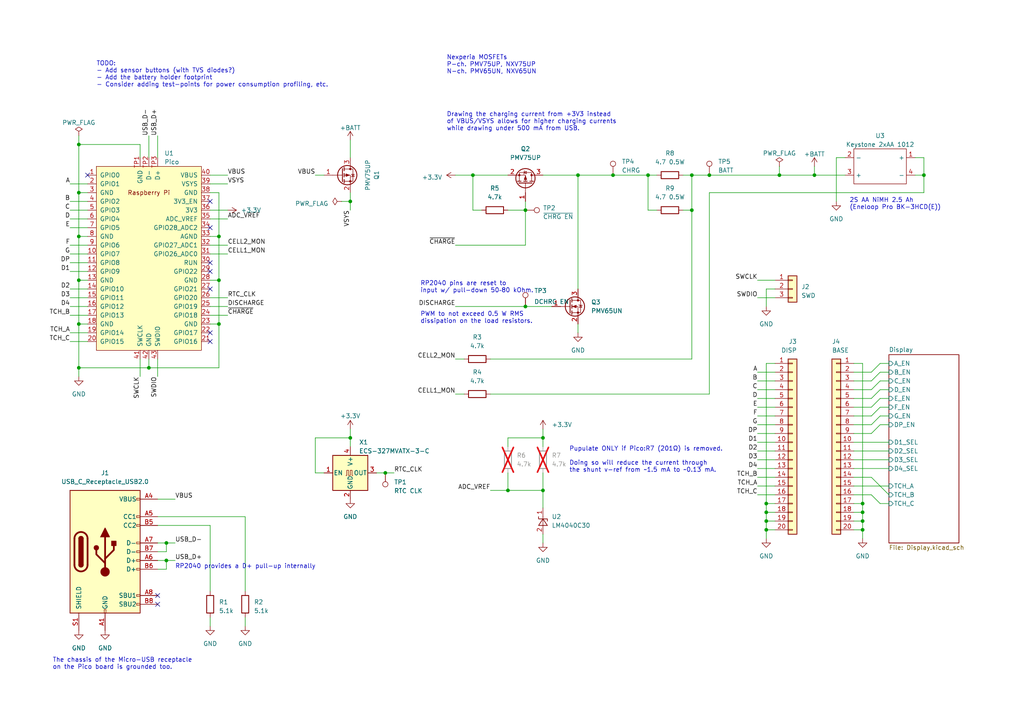
<source format=kicad_sch>
(kicad_sch (version 20230121) (generator eeschema)
  (paper "A4")
  (title_block (title "Clock"))
  (lib_symbols
    (symbol "Connector:TestPoint" (pin_numbers hide) (pin_names (offset 0.762) hide)
      (property "Reference" "TP" (at 0 6.858 0))
      (property "Value" "TestPoint" (at 0 5.08 0))
      (symbol "TestPoint_0_1"
        (circle (center 0 3.302) (radius 0.762))
      )
      (symbol "TestPoint_1_1"
        (pin passive line (at 0 0 90) (length 2.54) (name "1") (number "1"))
      )
    )
    (symbol "Connector:USB_C_Receptacle_USB2.0" (pin_names (offset 1.016))
      (property "Reference" "J" (at -10.16 19.05 0))
      (property "Value" "USB_C_Receptacle_USB2.0" (at 19.05 19.05 0))
      (symbol "USB_C_Receptacle_USB2.0_0_0"
        (rectangle (start -0.254 -17.78) (end 0.254 -16.764))
        (rectangle (start 10.16 -14.986) (end 9.144 -15.494))
        (rectangle (start 10.16 -12.446) (end 9.144 -12.954))
        (rectangle (start 10.16 -4.826) (end 9.144 -5.334))
        (rectangle (start 10.16 -2.286) (end 9.144 -2.794))
        (rectangle (start 10.16 0.254) (end 9.144 -0.254))
        (rectangle (start 10.16 2.794) (end 9.144 2.286))
        (rectangle (start 10.16 7.874) (end 9.144 7.366))
        (rectangle (start 10.16 10.414) (end 9.144 9.906))
        (rectangle (start 10.16 15.494) (end 9.144 14.986))
      )
      (symbol "USB_C_Receptacle_USB2.0_0_1"
        (rectangle (start -10.16 17.78) (end 10.16 -17.78) (stroke (width 0.254)) (fill (type background)))
        (arc (start -8.89 -3.81) (mid -6.985 -5.7067) (end -5.08 -3.81) (stroke (width 0.508)))
        (arc (start -7.62 -3.81) (mid -6.985 -4.4423) (end -6.35 -3.81) (stroke (width 0.254)))
        (arc (start -7.62 -3.81) (mid -6.985 -4.4423) (end -6.35 -3.81) (stroke (width 0.254)) (fill (type outline)))
        (rectangle (start -7.62 -3.81) (end -6.35 3.81) (stroke (width 0.254)) (fill (type outline)))
        (arc (start -6.35 3.81) (mid -6.985 4.4423) (end -7.62 3.81) (stroke (width 0.254)))
        (arc (start -6.35 3.81) (mid -6.985 4.4423) (end -7.62 3.81) (stroke (width 0.254)) (fill (type outline)))
        (arc (start -5.08 3.81) (mid -6.985 5.7067) (end -8.89 3.81) (stroke (width 0.508)))
        (circle (center -2.54 1.143) (radius 0.635) (stroke (width 0.254)) (fill (type outline)))
        (circle (center 0 -5.842) (radius 1.27) (fill (type outline)))
        (polyline (pts (xy -8.89 -3.81) (xy -8.89 3.81)) (stroke (width 0.508)))
        (polyline (pts (xy -5.08 3.81) (xy -5.08 -3.81)) (stroke (width 0.508)))
        (polyline (pts (xy 0 -5.842) (xy 0 4.318)) (stroke (width 0.508)))
        (polyline (pts (xy 0 -3.302) (xy -2.54 -0.762) (xy -2.54 0.508)) (stroke (width 0.508)))
        (polyline (pts (xy 0 -2.032) (xy 2.54 0.508) (xy 2.54 1.778)) (stroke (width 0.508)))
        (polyline (pts (xy -1.27 4.318) (xy 0 6.858) (xy 1.27 4.318) (xy -1.27 4.318)) (stroke (width 0.254)) (fill (type outline)))
        (rectangle (start 1.905 1.778) (end 3.175 3.048) (stroke (width 0.254)) (fill (type outline)))
      )
      (symbol "USB_C_Receptacle_USB2.0_1_1"
        (pin passive line (at 0 -22.86 90) (length 5.08) (name "GND") (number "A1"))
        (pin passive line (at 0 -22.86 90) (length 5.08) hide (name "GND") (number "A12"))
        (pin passive line (at 15.24 15.24 180) (length 5.08) (name "VBUS") (number "A4"))
        (pin bidirectional line (at 15.24 10.16 180) (length 5.08) (name "CC1") (number "A5"))
        (pin bidirectional line (at 15.24 -2.54 180) (length 5.08) (name "D+") (number "A6"))
        (pin bidirectional line (at 15.24 2.54 180) (length 5.08) (name "D-") (number "A7"))
        (pin bidirectional line (at 15.24 -12.7 180) (length 5.08) (name "SBU1") (number "A8"))
        (pin passive line (at 15.24 15.24 180) (length 5.08) hide (name "VBUS") (number "A9"))
        (pin passive line (at 0 -22.86 90) (length 5.08) hide (name "GND") (number "B1"))
        (pin passive line (at 0 -22.86 90) (length 5.08) hide (name "GND") (number "B12"))
        (pin passive line (at 15.24 15.24 180) (length 5.08) hide (name "VBUS") (number "B4"))
        (pin bidirectional line (at 15.24 7.62 180) (length 5.08) (name "CC2") (number "B5"))
        (pin bidirectional line (at 15.24 -5.08 180) (length 5.08) (name "D+") (number "B6"))
        (pin bidirectional line (at 15.24 0 180) (length 5.08) (name "D-") (number "B7"))
        (pin bidirectional line (at 15.24 -15.24 180) (length 5.08) (name "SBU2") (number "B8"))
        (pin passive line (at 15.24 15.24 180) (length 5.08) hide (name "VBUS") (number "B9"))
        (pin passive line (at -7.62 -22.86 90) (length 5.08) (name "SHIELD") (number "S1"))
      )
    )
    (symbol "Connector_Generic:Conn_01x03" (pin_names (offset 1.016) hide)
      (property "Reference" "J" (at 0 5.08 0))
      (property "Value" "Conn_01x03" (at 0 -5.08 0))
      (symbol "Conn_01x03_1_1"
        (rectangle (start -1.27 -2.413) (end 0 -2.667) (stroke (width 0.1524)))
        (rectangle (start -1.27 0.127) (end 0 -0.127) (stroke (width 0.1524)))
        (rectangle (start -1.27 2.667) (end 0 2.413) (stroke (width 0.1524)))
        (rectangle (start -1.27 3.81) (end 1.27 -3.81) (stroke (width 0.254)) (fill (type background)))
        (pin passive line (at -5.08 2.54 0) (length 3.81) (name "Pin_1") (number "1"))
        (pin passive line (at -5.08 0 0) (length 3.81) (name "Pin_2") (number "2"))
        (pin passive line (at -5.08 -2.54 0) (length 3.81) (name "Pin_3") (number "3"))
      )
    )
    (symbol "Connector_Generic:Conn_01x20" (pin_names (offset 1.016) hide)
      (property "Reference" "J" (at 0 25.4 0))
      (property "Value" "Conn_01x20" (at 0 -27.94 0))
      (symbol "Conn_01x20_1_1"
        (rectangle (start -1.27 -25.273) (end 0 -25.527) (stroke (width 0.1524)))
        (rectangle (start -1.27 -22.733) (end 0 -22.987) (stroke (width 0.1524)))
        (rectangle (start -1.27 -20.193) (end 0 -20.447) (stroke (width 0.1524)))
        (rectangle (start -1.27 -17.653) (end 0 -17.907) (stroke (width 0.1524)))
        (rectangle (start -1.27 -15.113) (end 0 -15.367) (stroke (width 0.1524)))
        (rectangle (start -1.27 -12.573) (end 0 -12.827) (stroke (width 0.1524)))
        (rectangle (start -1.27 -10.033) (end 0 -10.287) (stroke (width 0.1524)))
        (rectangle (start -1.27 -7.493) (end 0 -7.747) (stroke (width 0.1524)))
        (rectangle (start -1.27 -4.953) (end 0 -5.207) (stroke (width 0.1524)))
        (rectangle (start -1.27 -2.413) (end 0 -2.667) (stroke (width 0.1524)))
        (rectangle (start -1.27 0.127) (end 0 -0.127) (stroke (width 0.1524)))
        (rectangle (start -1.27 2.667) (end 0 2.413) (stroke (width 0.1524)))
        (rectangle (start -1.27 5.207) (end 0 4.953) (stroke (width 0.1524)))
        (rectangle (start -1.27 7.747) (end 0 7.493) (stroke (width 0.1524)))
        (rectangle (start -1.27 10.287) (end 0 10.033) (stroke (width 0.1524)))
        (rectangle (start -1.27 12.827) (end 0 12.573) (stroke (width 0.1524)))
        (rectangle (start -1.27 15.367) (end 0 15.113) (stroke (width 0.1524)))
        (rectangle (start -1.27 17.907) (end 0 17.653) (stroke (width 0.1524)))
        (rectangle (start -1.27 20.447) (end 0 20.193) (stroke (width 0.1524)))
        (rectangle (start -1.27 22.987) (end 0 22.733) (stroke (width 0.1524)))
        (rectangle (start -1.27 24.13) (end 1.27 -26.67) (stroke (width 0.254)) (fill (type background)))
        (pin passive line (at -5.08 22.86 0) (length 3.81) (name "Pin_1") (number "1"))
        (pin passive line (at -5.08 0 0) (length 3.81) (name "Pin_10") (number "10"))
        (pin passive line (at -5.08 -2.54 0) (length 3.81) (name "Pin_11") (number "11"))
        (pin passive line (at -5.08 -5.08 0) (length 3.81) (name "Pin_12") (number "12"))
        (pin passive line (at -5.08 -7.62 0) (length 3.81) (name "Pin_13") (number "13"))
        (pin passive line (at -5.08 -10.16 0) (length 3.81) (name "Pin_14") (number "14"))
        (pin passive line (at -5.08 -12.7 0) (length 3.81) (name "Pin_15") (number "15"))
        (pin passive line (at -5.08 -15.24 0) (length 3.81) (name "Pin_16") (number "16"))
        (pin passive line (at -5.08 -17.78 0) (length 3.81) (name "Pin_17") (number "17"))
        (pin passive line (at -5.08 -20.32 0) (length 3.81) (name "Pin_18") (number "18"))
        (pin passive line (at -5.08 -22.86 0) (length 3.81) (name "Pin_19") (number "19"))
        (pin passive line (at -5.08 20.32 0) (length 3.81) (name "Pin_2") (number "2"))
        (pin passive line (at -5.08 -25.4 0) (length 3.81) (name "Pin_20") (number "20"))
        (pin passive line (at -5.08 17.78 0) (length 3.81) (name "Pin_3") (number "3"))
        (pin passive line (at -5.08 15.24 0) (length 3.81) (name "Pin_4") (number "4"))
        (pin passive line (at -5.08 12.7 0) (length 3.81) (name "Pin_5") (number "5"))
        (pin passive line (at -5.08 10.16 0) (length 3.81) (name "Pin_6") (number "6"))
        (pin passive line (at -5.08 7.62 0) (length 3.81) (name "Pin_7") (number "7"))
        (pin passive line (at -5.08 5.08 0) (length 3.81) (name "Pin_8") (number "8"))
        (pin passive line (at -5.08 2.54 0) (length 3.81) (name "Pin_9") (number "9"))
      )
    )
    (symbol "Custom:Battery2"
      (property "Reference" "U" (at 0 0 0))
      (property "Value" "Keystone 2xAA 1012" (at 0 0 0))
      (symbol "Battery2_0_1"
        (rectangle (start -5.08 7.62) (end 5.08 -7.62))
      )
      (symbol "Battery2_1_1"
        (pin passive line (at -2.54 10.16 270) (length 2.54) (name "+") (number "1"))
        (pin passive line (at -2.54 -10.16 90) (length 2.54) (name "-") (number "2"))
        (pin passive line (at 2.54 -10.16 90) (length 2.54) (name "+") (number "3"))
        (pin passive line (at 2.54 10.16 270) (length 2.54) (name "-") (number "4"))
      )
    )
    (symbol "Device:Q_NMOS_GSD" (pin_names (offset 0) hide)
      (property "Reference" "Q" (at 5.08 1.27 0))
      (property "Value" "Q_NMOS_GSD" (at 5.08 -1.27 0))
      (symbol "Q_NMOS_GSD_0_1"
        (polyline (pts (xy 0.254 0) (xy -2.54 0)))
        (polyline (pts (xy 0.254 1.905) (xy 0.254 -1.905)) (stroke (width 0.254)))
        (polyline (pts (xy 0.762 -1.27) (xy 0.762 -2.286)) (stroke (width 0.254)))
        (polyline (pts (xy 0.762 0.508) (xy 0.762 -0.508)) (stroke (width 0.254)))
        (polyline (pts (xy 0.762 2.286) (xy 0.762 1.27)) (stroke (width 0.254)))
        (polyline (pts (xy 2.54 2.54) (xy 2.54 1.778)))
        (polyline (pts (xy 2.54 -2.54) (xy 2.54 0) (xy 0.762 0)))
        (polyline (pts (xy 0.762 -1.778) (xy 3.302 -1.778) (xy 3.302 1.778) (xy 0.762 1.778)))
        (polyline (pts (xy 1.016 0) (xy 2.032 0.381) (xy 2.032 -0.381) (xy 1.016 0)) (fill (type outline)))
        (polyline (pts (xy 2.794 0.508) (xy 2.921 0.381) (xy 3.683 0.381) (xy 3.81 0.254)))
        (polyline (pts (xy 3.302 0.381) (xy 2.921 -0.254) (xy 3.683 -0.254) (xy 3.302 0.381)))
        (circle (center 1.651 0) (radius 2.794) (stroke (width 0.254)))
        (circle (center 2.54 -1.778) (radius 0.254) (fill (type outline)))
        (circle (center 2.54 1.778) (radius 0.254) (fill (type outline)))
      )
      (symbol "Q_NMOS_GSD_1_1"
        (pin input line (at -5.08 0 0) (length 2.54) (name "G") (number "1"))
        (pin passive line (at 2.54 -5.08 90) (length 2.54) (name "S") (number "2"))
        (pin passive line (at 2.54 5.08 270) (length 2.54) (name "D") (number "3"))
      )
    )
    (symbol "Device:Q_PMOS_GSD" (pin_names (offset 0) hide)
      (property "Reference" "Q" (at 5.08 1.27 0))
      (property "Value" "Q_PMOS_GSD" (at 5.08 -1.27 0))
      (symbol "Q_PMOS_GSD_0_1"
        (polyline (pts (xy 0.254 0) (xy -2.54 0)))
        (polyline (pts (xy 0.254 1.905) (xy 0.254 -1.905)) (stroke (width 0.254)))
        (polyline (pts (xy 0.762 -1.27) (xy 0.762 -2.286)) (stroke (width 0.254)))
        (polyline (pts (xy 0.762 0.508) (xy 0.762 -0.508)) (stroke (width 0.254)))
        (polyline (pts (xy 0.762 2.286) (xy 0.762 1.27)) (stroke (width 0.254)))
        (polyline (pts (xy 2.54 2.54) (xy 2.54 1.778)))
        (polyline (pts (xy 2.54 -2.54) (xy 2.54 0) (xy 0.762 0)))
        (polyline (pts (xy 0.762 1.778) (xy 3.302 1.778) (xy 3.302 -1.778) (xy 0.762 -1.778)))
        (polyline (pts (xy 2.286 0) (xy 1.27 0.381) (xy 1.27 -0.381) (xy 2.286 0)) (fill (type outline)))
        (polyline (pts (xy 2.794 -0.508) (xy 2.921 -0.381) (xy 3.683 -0.381) (xy 3.81 -0.254)))
        (polyline (pts (xy 3.302 -0.381) (xy 2.921 0.254) (xy 3.683 0.254) (xy 3.302 -0.381)))
        (circle (center 1.651 0) (radius 2.794) (stroke (width 0.254)))
        (circle (center 2.54 -1.778) (radius 0.254) (fill (type outline)))
        (circle (center 2.54 1.778) (radius 0.254) (fill (type outline)))
      )
      (symbol "Q_PMOS_GSD_1_1"
        (pin input line (at -5.08 0 0) (length 2.54) (name "G") (number "1"))
        (pin passive line (at 2.54 -5.08 90) (length 2.54) (name "S") (number "2"))
        (pin passive line (at 2.54 5.08 270) (length 2.54) (name "D") (number "3"))
      )
    )
    (symbol "Device:R" (pin_numbers hide) (pin_names (offset 0))
      (property "Reference" "R" (at 2.032 0 90))
      (property "Value" "R" (at 0 0 90))
      (symbol "R_0_1"
        (rectangle (start -1.016 -2.54) (end 1.016 2.54) (stroke (width 0.254)))
      )
      (symbol "R_1_1"
        (pin passive line (at 0 3.81 270) (length 1.27) (name "~") (number "1"))
        (pin passive line (at 0 -3.81 90) (length 1.27) (name "~") (number "2"))
      )
    )
    (symbol "Oscillator:XO32" (pin_names (offset 0.254))
      (property "Reference" "X" (at -5.08 6.35 0))
      (property "Value" "XO32" (at 1.27 -6.35 0))
      (symbol "XO32_0_1"
        (rectangle (start -5.08 5.08) (end 5.08 -5.08) (stroke (width 0.254)) (fill (type background)))
        (polyline (pts (xy -1.27 -0.762) (xy -1.016 -0.762) (xy -1.016 0.762) (xy -0.508 0.762) (xy -0.508 -0.762) (xy 0 -0.762) (xy 0 0.762) (xy 0.508 0.762) (xy 0.508 -0.762) (xy 0.762 -0.762)))
      )
      (symbol "XO32_1_1"
        (pin input line (at -7.62 0 0) (length 2.54) (name "EN") (number "1"))
        (pin power_in line (at 0 -7.62 90) (length 2.54) (name "GND") (number "2"))
        (pin output line (at 7.62 0 180) (length 2.54) (name "OUT") (number "3"))
        (pin power_in line (at 0 7.62 270) (length 2.54) (name "V+") (number "4"))
      )
    )
    (symbol "RPi_Pico:Pico" (pin_names (offset 1.016))
      (property "Reference" "U" (at -13.97 27.94 0))
      (property "Value" "Pico" (at 0 16.51 0))
      (symbol "Pico_0_0"
        (text "Raspberry Pi" (at 0 19.05 0) (effects (font (size 1.27 1.27))))
      )
      (symbol "Pico_0_1"
        (rectangle (start -15.24 26.67) (end 15.24 -26.67) (fill (type background)))
      )
      (symbol "Pico_1_1"
        (pin bidirectional line (at -17.78 24.13 0) (length 2.54) (name "GPIO0") (number "1"))
        (pin bidirectional line (at -17.78 1.27 0) (length 2.54) (name "GPIO7") (number "10"))
        (pin bidirectional line (at -17.78 -1.27 0) (length 2.54) (name "GPIO8") (number "11"))
        (pin bidirectional line (at -17.78 -3.81 0) (length 2.54) (name "GPIO9") (number "12"))
        (pin power_in line (at -17.78 -6.35 0) (length 2.54) (name "GND") (number "13"))
        (pin bidirectional line (at -17.78 -8.89 0) (length 2.54) (name "GPIO10") (number "14"))
        (pin bidirectional line (at -17.78 -11.43 0) (length 2.54) (name "GPIO11") (number "15"))
        (pin bidirectional line (at -17.78 -13.97 0) (length 2.54) (name "GPIO12") (number "16"))
        (pin bidirectional line (at -17.78 -16.51 0) (length 2.54) (name "GPIO13") (number "17"))
        (pin power_in line (at -17.78 -19.05 0) (length 2.54) (name "GND") (number "18"))
        (pin bidirectional line (at -17.78 -21.59 0) (length 2.54) (name "GPIO14") (number "19"))
        (pin bidirectional line (at -17.78 21.59 0) (length 2.54) (name "GPIO1") (number "2"))
        (pin bidirectional line (at -17.78 -24.13 0) (length 2.54) (name "GPIO15") (number "20"))
        (pin bidirectional line (at 17.78 -24.13 180) (length 2.54) (name "GPIO16") (number "21"))
        (pin bidirectional line (at 17.78 -21.59 180) (length 2.54) (name "GPIO17") (number "22"))
        (pin power_in line (at 17.78 -19.05 180) (length 2.54) (name "GND") (number "23"))
        (pin bidirectional line (at 17.78 -16.51 180) (length 2.54) (name "GPIO18") (number "24"))
        (pin bidirectional line (at 17.78 -13.97 180) (length 2.54) (name "GPIO19") (number "25"))
        (pin bidirectional line (at 17.78 -11.43 180) (length 2.54) (name "GPIO20") (number "26"))
        (pin bidirectional line (at 17.78 -8.89 180) (length 2.54) (name "GPIO21") (number "27"))
        (pin power_in line (at 17.78 -6.35 180) (length 2.54) (name "GND") (number "28"))
        (pin bidirectional line (at 17.78 -3.81 180) (length 2.54) (name "GPIO22") (number "29"))
        (pin power_in line (at -17.78 19.05 0) (length 2.54) (name "GND") (number "3"))
        (pin input line (at 17.78 -1.27 180) (length 2.54) (name "RUN") (number "30"))
        (pin bidirectional line (at 17.78 1.27 180) (length 2.54) (name "GPIO26_ADC0") (number "31"))
        (pin bidirectional line (at 17.78 3.81 180) (length 2.54) (name "GPIO27_ADC1") (number "32"))
        (pin power_in line (at 17.78 6.35 180) (length 2.54) (name "AGND") (number "33"))
        (pin bidirectional line (at 17.78 8.89 180) (length 2.54) (name "GPIO28_ADC2") (number "34"))
        (pin bidirectional line (at 17.78 11.43 180) (length 2.54) (name "ADC_VREF") (number "35"))
        (pin power_out line (at 17.78 13.97 180) (length 2.54) (name "3V3") (number "36"))
        (pin input line (at 17.78 16.51 180) (length 2.54) (name "3V3_EN") (number "37"))
        (pin power_in line (at 17.78 19.05 180) (length 2.54) (name "GND") (number "38"))
        (pin power_in line (at 17.78 21.59 180) (length 2.54) (name "VSYS") (number "39"))
        (pin bidirectional line (at -17.78 16.51 0) (length 2.54) (name "GPIO2") (number "4"))
        (pin passive line (at 17.78 24.13 180) (length 2.54) (name "VBUS") (number "40"))
        (pin input line (at -2.54 -29.21 90) (length 2.54) (name "SWCLK") (number "41"))
        (pin power_in line (at 0 -29.21 90) (length 2.54) (name "GND") (number "42"))
        (pin bidirectional line (at 2.54 -29.21 90) (length 2.54) (name "SWDIO") (number "43"))
        (pin bidirectional line (at -17.78 13.97 0) (length 2.54) (name "GPIO3") (number "5"))
        (pin bidirectional line (at -17.78 11.43 0) (length 2.54) (name "GPIO4") (number "6"))
        (pin bidirectional line (at -17.78 8.89 0) (length 2.54) (name "GPIO5") (number "7"))
        (pin power_in line (at -17.78 6.35 0) (length 2.54) (name "GND") (number "8"))
        (pin bidirectional line (at -17.78 3.81 0) (length 2.54) (name "GPIO6") (number "9"))
        (pin power_in line (at -2.54 29.21 270) (length 2.54) (name "GND") (number "TP1"))
        (pin bidirectional line (at 0 29.21 270) (length 2.54) (name "D-") (number "TP2"))
        (pin bidirectional line (at 2.54 29.21 270) (length 2.54) (name "D+") (number "TP3"))
      )
    )
    (symbol "Reference_Voltage:LM4040DBZ-3" (pin_names (offset 0.0254) hide)
      (property "Reference" "U" (at 0 2.54 0))
      (property "Value" "LM4040DBZ-3" (at 0 -3.175 0))
      (symbol "LM4040DBZ-3_0_1"
        (polyline (pts (xy -1.27 0) (xy 0 0) (xy 1.27 0)))
        (polyline (pts (xy -1.27 -1.27) (xy 0.635 0) (xy -1.27 1.27) (xy -1.27 -1.27)) (stroke (width 0.2032)))
        (polyline (pts (xy 0 -1.27) (xy 0.635 -1.27) (xy 0.635 1.27) (xy 1.27 1.27)) (stroke (width 0.2032)))
      )
      (symbol "LM4040DBZ-3_1_1"
        (pin passive line (at 3.81 0 180) (length 2.54) (name "K") (number "1"))
        (pin passive line (at -3.81 0 0) (length 2.54) (name "A") (number "2"))
      )
    )
    (symbol "power:+3.3V" (power) (pin_names (offset 0))
      (property "Value" "+3.3V" (at 0 3.556 0))
      (symbol "+3.3V_0_1"
        (polyline (pts (xy -0.762 1.27) (xy 0 2.54)))
        (polyline (pts (xy 0 0) (xy 0 2.54)))
        (polyline (pts (xy 0 2.54) (xy 0.762 1.27)))
      )
      (symbol "+3.3V_1_1"
        (pin power_in line (at 0 0 90) (length 0) hide (name "+3.3V") (number "1"))
      )
    )
    (symbol "power:+BATT" (power) (pin_names (offset 0))
      (property "Value" "+BATT" (at 0 3.556 0))
      (symbol "+BATT_0_1"
        (polyline (pts (xy -0.762 1.27) (xy 0 2.54)))
        (polyline (pts (xy 0 0) (xy 0 2.54)))
        (polyline (pts (xy 0 2.54) (xy 0.762 1.27)))
      )
      (symbol "+BATT_1_1"
        (pin power_in line (at 0 0 90) (length 0) hide (name "+BATT") (number "1"))
      )
    )
    (symbol "power:GND" (power) (pin_names (offset 0))
      (property "Value" "GND" (at 0 -3.81 0))
      (symbol "GND_0_1"
        (polyline (pts (xy 0 0) (xy 0 -1.27) (xy 1.27 -1.27) (xy 0 -2.54) (xy -1.27 -1.27) (xy 0 -1.27)))
      )
      (symbol "GND_1_1"
        (pin power_in line (at 0 0 270) (length 0) hide (name "GND") (number "1"))
      )
    )
    (symbol "power:PWR_FLAG" (power) (pin_numbers hide) (pin_names (offset 0) hide)
      (property "Value" "PWR_FLAG" (at 0 3.81 0))
      (symbol "PWR_FLAG_0_0"
        (pin power_out line (at 0 0 90) (length 0) (name "pwr") (number "1"))
      )
      (symbol "PWR_FLAG_0_1"
        (polyline (pts (xy 0 0) (xy 0 1.27) (xy -1.016 1.905) (xy 0 2.54) (xy 1.016 1.905) (xy 0 1.27)))
      )
    )
  )
  (junction (at 137.16 50.8))
  (junction (at 205.74 50.8))
  (junction (at 22.86 93.98))
  (junction (at 63.5 81.28))
  (junction (at 22.86 55.88))
  (junction (at 111.76 137.16))
  (junction (at 250.19 153.67))
  (junction (at 177.8 50.8))
  (junction (at 22.86 41.91))
  (junction (at 167.64 50.8))
  (junction (at 250.19 148.59))
  (junction (at 48.26 157.48))
  (junction (at 267.97 50.8))
  (junction (at 236.22 50.8))
  (junction (at 63.5 93.98))
  (junction (at 101.6 58.42))
  (junction (at 22.86 81.28))
  (junction (at 22.86 68.58))
  (junction (at 157.48 142.24))
  (junction (at 250.19 146.05))
  (junction (at 152.4 88.9))
  (junction (at 152.4 60.96))
  (junction (at 63.5 68.58))
  (junction (at 222.25 153.67))
  (junction (at 147.32 142.24))
  (junction (at 226.06 50.8))
  (junction (at 22.86 106.68))
  (junction (at 157.48 127))
  (junction (at 200.66 50.8))
  (junction (at 48.26 162.56))
  (junction (at 222.25 146.05))
  (junction (at 101.6 127))
  (junction (at 187.96 50.8))
  (junction (at 250.19 151.13))
  (junction (at 222.25 151.13))
  (junction (at 200.66 60.96))
  (junction (at 222.25 148.59))
  (junction (at 43.18 106.68))
  (no_connect (at 60.96 58.42))
  (no_connect (at 25.4 50.8))
  (no_connect (at 60.96 66.04))
  (no_connect (at 45.72 175.26))
  (no_connect (at 60.96 96.52))
  (no_connect (at 60.96 78.74))
  (no_connect (at 60.96 99.06))
  (no_connect (at 60.96 76.2))
  (no_connect (at 60.96 83.82))
  (no_connect (at 45.72 172.72))
  (wire (pts (xy 157.48 124.46) (xy 157.48 127)))
  (wire (pts (xy 205.74 55.88) (xy 205.74 114.3)))
  (wire (pts (xy 222.25 151.13) (xy 224.79 151.13)))
  (wire (pts (xy 247.65 125.73) (xy 252.73 125.73)))
  (wire (pts (xy 255.27 123.19) (xy 257.81 123.19)))
  (wire (pts (xy 22.86 81.28) (xy 22.86 93.98)))
  (wire (pts (xy 45.72 39.37) (xy 45.72 45.72)))
  (wire (pts (xy 93.98 137.16) (xy 91.44 137.16)))
  (wire (pts (xy 101.6 124.46) (xy 101.6 127)))
  (wire (pts (xy 60.96 71.12) (xy 66.04 71.12)))
  (wire (pts (xy 267.97 50.8) (xy 265.43 50.8)))
  (wire (pts (xy 219.71 81.28) (xy 224.79 81.28)))
  (wire (pts (xy 152.4 60.96) (xy 147.32 60.96)))
  (wire (pts (xy 60.96 73.66) (xy 66.04 73.66)))
  (wire (pts (xy 22.86 39.37) (xy 22.86 41.91)))
  (wire (pts (xy 25.4 55.88) (xy 22.86 55.88)))
  (wire (pts (xy 187.96 60.96) (xy 190.5 60.96)))
  (wire (pts (xy 255.27 115.57) (xy 257.81 115.57)))
  (wire (pts (xy 252.73 120.65) (xy 255.27 118.11)))
  (wire (pts (xy 219.71 140.97) (xy 224.79 140.97)))
  (wire (pts (xy 139.7 60.96) (xy 137.16 60.96)))
  (wire (pts (xy 109.22 137.16) (xy 111.76 137.16)))
  (wire (pts (xy 63.5 68.58) (xy 63.5 81.28)))
  (wire (pts (xy 60.96 179.07) (xy 60.96 181.61)))
  (wire (pts (xy 236.22 48.26) (xy 236.22 50.8)))
  (wire (pts (xy 222.25 105.41) (xy 222.25 146.05)))
  (wire (pts (xy 22.86 106.68) (xy 22.86 109.22)))
  (wire (pts (xy 60.96 50.8) (xy 66.04 50.8)))
  (wire (pts (xy 198.12 50.8) (xy 200.66 50.8)))
  (wire (pts (xy 219.71 110.49) (xy 224.79 110.49)))
  (wire (pts (xy 247.65 105.41) (xy 250.19 105.41)))
  (wire (pts (xy 20.32 78.74) (xy 25.4 78.74)))
  (wire (pts (xy 93.98 50.8) (xy 91.44 50.8)))
  (wire (pts (xy 187.96 60.96) (xy 187.96 50.8)))
  (wire (pts (xy 219.71 128.27) (xy 224.79 128.27)))
  (wire (pts (xy 60.96 152.4) (xy 60.96 171.45)))
  (wire (pts (xy 60.96 68.58) (xy 63.5 68.58)))
  (wire (pts (xy 60.96 63.5) (xy 66.04 63.5)))
  (wire (pts (xy 219.71 133.35) (xy 224.79 133.35)))
  (wire (pts (xy 20.32 91.44) (xy 25.4 91.44)))
  (wire (pts (xy 255.27 120.65) (xy 257.81 120.65)))
  (wire (pts (xy 91.44 127) (xy 91.44 137.16)))
  (wire (pts (xy 224.79 83.82) (xy 222.25 83.82)))
  (wire (pts (xy 224.79 105.41) (xy 222.25 105.41)))
  (wire (pts (xy 60.96 91.44) (xy 66.04 91.44)))
  (wire (pts (xy 222.25 148.59) (xy 222.25 151.13)))
  (wire (pts (xy 255.27 113.03) (xy 257.81 113.03)))
  (wire (pts (xy 45.72 165.1) (xy 48.26 165.1)))
  (wire (pts (xy 48.26 162.56) (xy 50.8 162.56)))
  (wire (pts (xy 255.27 118.11) (xy 257.81 118.11)))
  (wire (pts (xy 219.71 143.51) (xy 224.79 143.51)))
  (wire (pts (xy 247.65 138.43) (xy 252.73 138.43)))
  (wire (pts (xy 157.48 50.8) (xy 167.64 50.8)))
  (wire (pts (xy 267.97 50.8) (xy 267.97 55.88)))
  (wire (pts (xy 219.71 115.57) (xy 224.79 115.57)))
  (wire (pts (xy 63.5 93.98) (xy 63.5 106.68)))
  (wire (pts (xy 20.32 96.52) (xy 25.4 96.52)))
  (wire (pts (xy 20.32 66.04) (xy 25.4 66.04)))
  (wire (pts (xy 219.71 138.43) (xy 224.79 138.43)))
  (wire (pts (xy 63.5 55.88) (xy 63.5 68.58)))
  (wire (pts (xy 252.73 110.49) (xy 255.27 107.95)))
  (wire (pts (xy 219.71 130.81) (xy 224.79 130.81)))
  (wire (pts (xy 205.74 50.8) (xy 200.66 50.8)))
  (wire (pts (xy 198.12 60.96) (xy 200.66 60.96)))
  (wire (pts (xy 20.32 58.42) (xy 25.4 58.42)))
  (wire (pts (xy 247.65 130.81) (xy 257.81 130.81)))
  (wire (pts (xy 45.72 162.56) (xy 48.26 162.56)))
  (wire (pts (xy 101.6 55.88) (xy 101.6 58.42)))
  (wire (pts (xy 226.06 48.26) (xy 226.06 50.8)))
  (wire (pts (xy 219.71 125.73) (xy 224.79 125.73)))
  (wire (pts (xy 45.72 144.78) (xy 50.8 144.78)))
  (wire (pts (xy 250.19 148.59) (xy 250.19 151.13)))
  (wire (pts (xy 111.76 137.16) (xy 114.3 137.16)))
  (wire (pts (xy 20.32 86.36) (xy 25.4 86.36)))
  (wire (pts (xy 101.6 58.42) (xy 101.6 60.96)))
  (wire (pts (xy 247.65 153.67) (xy 250.19 153.67)))
  (wire (pts (xy 132.08 50.8) (xy 137.16 50.8)))
  (wire (pts (xy 152.4 60.96) (xy 152.4 71.12)))
  (wire (pts (xy 247.65 135.89) (xy 257.81 135.89)))
  (wire (pts (xy 132.08 104.14) (xy 134.62 104.14)))
  (wire (pts (xy 147.32 142.24) (xy 157.48 142.24)))
  (wire (pts (xy 219.71 123.19) (xy 224.79 123.19)))
  (wire (pts (xy 22.86 93.98) (xy 25.4 93.98)))
  (wire (pts (xy 222.25 148.59) (xy 224.79 148.59)))
  (wire (pts (xy 22.86 55.88) (xy 22.86 68.58)))
  (wire (pts (xy 222.25 83.82) (xy 222.25 88.9)))
  (wire (pts (xy 236.22 50.8) (xy 245.11 50.8)))
  (wire (pts (xy 247.65 140.97) (xy 257.81 140.97)))
  (wire (pts (xy 200.66 60.96) (xy 200.66 50.8)))
  (wire (pts (xy 247.65 107.95) (xy 252.73 107.95)))
  (wire (pts (xy 20.32 99.06) (xy 25.4 99.06)))
  (wire (pts (xy 247.65 115.57) (xy 252.73 115.57)))
  (wire (pts (xy 247.65 118.11) (xy 252.73 118.11)))
  (wire (pts (xy 137.16 50.8) (xy 147.32 50.8)))
  (wire (pts (xy 250.19 153.67) (xy 250.19 156.21)))
  (wire (pts (xy 43.18 106.68) (xy 63.5 106.68)))
  (wire (pts (xy 255.27 105.41) (xy 257.81 105.41)))
  (wire (pts (xy 226.06 50.8) (xy 236.22 50.8)))
  (wire (pts (xy 250.19 105.41) (xy 250.19 146.05)))
  (wire (pts (xy 147.32 127) (xy 157.48 127)))
  (wire (pts (xy 242.57 45.72) (xy 242.57 58.42)))
  (wire (pts (xy 247.65 123.19) (xy 252.73 123.19)))
  (wire (pts (xy 99.06 58.42) (xy 101.6 58.42)))
  (wire (pts (xy 167.64 50.8) (xy 177.8 50.8)))
  (wire (pts (xy 20.32 83.82) (xy 25.4 83.82)))
  (wire (pts (xy 60.96 88.9) (xy 66.04 88.9)))
  (wire (pts (xy 22.86 106.68) (xy 43.18 106.68)))
  (wire (pts (xy 63.5 81.28) (xy 63.5 93.98)))
  (wire (pts (xy 222.25 153.67) (xy 222.25 156.21)))
  (wire (pts (xy 222.25 146.05) (xy 222.25 148.59)))
  (wire (pts (xy 219.71 107.95) (xy 224.79 107.95)))
  (wire (pts (xy 219.71 118.11) (xy 224.79 118.11)))
  (wire (pts (xy 167.64 50.8) (xy 167.64 83.82)))
  (wire (pts (xy 22.86 41.91) (xy 22.86 55.88)))
  (wire (pts (xy 20.32 88.9) (xy 25.4 88.9)))
  (wire (pts (xy 252.73 107.95) (xy 255.27 105.41)))
  (wire (pts (xy 60.96 93.98) (xy 63.5 93.98)))
  (wire (pts (xy 142.24 104.14) (xy 200.66 104.14)))
  (wire (pts (xy 20.32 71.12) (xy 25.4 71.12)))
  (wire (pts (xy 48.26 160.02) (xy 48.26 157.48)))
  (wire (pts (xy 245.11 45.72) (xy 242.57 45.72)))
  (wire (pts (xy 101.6 40.64) (xy 101.6 45.72)))
  (wire (pts (xy 22.86 93.98) (xy 22.86 106.68)))
  (wire (pts (xy 247.65 113.03) (xy 252.73 113.03)))
  (wire (pts (xy 247.65 133.35) (xy 257.81 133.35)))
  (wire (pts (xy 45.72 149.86) (xy 71.12 149.86)))
  (wire (pts (xy 22.86 81.28) (xy 25.4 81.28)))
  (wire (pts (xy 152.4 88.9) (xy 160.02 88.9)))
  (wire (pts (xy 157.48 137.16) (xy 157.48 142.24)))
  (wire (pts (xy 43.18 104.14) (xy 43.18 106.68)))
  (wire (pts (xy 20.32 76.2) (xy 25.4 76.2)))
  (wire (pts (xy 60.96 81.28) (xy 63.5 81.28)))
  (wire (pts (xy 60.96 55.88) (xy 63.5 55.88)))
  (wire (pts (xy 255.27 107.95) (xy 257.81 107.95)))
  (wire (pts (xy 45.72 160.02) (xy 48.26 160.02)))
  (wire (pts (xy 132.08 114.3) (xy 134.62 114.3)))
  (wire (pts (xy 45.72 104.14) (xy 45.72 109.22)))
  (wire (pts (xy 250.19 146.05) (xy 250.19 148.59)))
  (wire (pts (xy 187.96 50.8) (xy 190.5 50.8)))
  (wire (pts (xy 40.64 45.72) (xy 40.64 41.91)))
  (wire (pts (xy 137.16 60.96) (xy 137.16 50.8)))
  (wire (pts (xy 45.72 152.4) (xy 60.96 152.4)))
  (wire (pts (xy 219.71 86.36) (xy 224.79 86.36)))
  (wire (pts (xy 20.32 73.66) (xy 25.4 73.66)))
  (wire (pts (xy 200.66 60.96) (xy 200.66 104.14)))
  (wire (pts (xy 40.64 41.91) (xy 22.86 41.91)))
  (wire (pts (xy 252.73 113.03) (xy 255.27 110.49)))
  (wire (pts (xy 101.6 127) (xy 101.6 129.54)))
  (wire (pts (xy 152.4 58.42) (xy 152.4 60.96)))
  (wire (pts (xy 252.73 138.43) (xy 257.81 143.51)))
  (wire (pts (xy 247.65 146.05) (xy 250.19 146.05)))
  (wire (pts (xy 250.19 151.13) (xy 250.19 153.67)))
  (wire (pts (xy 43.18 39.37) (xy 43.18 45.72)))
  (wire (pts (xy 265.43 45.72) (xy 267.97 45.72)))
  (wire (pts (xy 222.25 151.13) (xy 222.25 153.67)))
  (wire (pts (xy 167.64 93.98) (xy 167.64 96.52)))
  (wire (pts (xy 60.96 53.34) (xy 66.04 53.34)))
  (wire (pts (xy 48.26 165.1) (xy 48.26 162.56)))
  (wire (pts (xy 20.32 60.96) (xy 25.4 60.96)))
  (wire (pts (xy 142.24 114.3) (xy 205.74 114.3)))
  (wire (pts (xy 252.73 125.73) (xy 255.27 123.19)))
  (wire (pts (xy 255.27 146.05) (xy 257.81 146.05)))
  (wire (pts (xy 71.12 179.07) (xy 71.12 181.61)))
  (wire (pts (xy 219.71 120.65) (xy 224.79 120.65)))
  (wire (pts (xy 219.71 135.89) (xy 224.79 135.89)))
  (wire (pts (xy 205.74 50.8) (xy 226.06 50.8)))
  (wire (pts (xy 147.32 137.16) (xy 147.32 142.24)))
  (wire (pts (xy 71.12 149.86) (xy 71.12 171.45)))
  (wire (pts (xy 177.8 50.8) (xy 187.96 50.8)))
  (wire (pts (xy 247.65 128.27) (xy 257.81 128.27)))
  (wire (pts (xy 147.32 129.54) (xy 147.32 127)))
  (wire (pts (xy 60.96 60.96) (xy 66.04 60.96)))
  (wire (pts (xy 157.48 154.94) (xy 157.48 157.48)))
  (wire (pts (xy 222.25 146.05) (xy 224.79 146.05)))
  (wire (pts (xy 45.72 157.48) (xy 48.26 157.48)))
  (wire (pts (xy 247.65 110.49) (xy 252.73 110.49)))
  (wire (pts (xy 247.65 120.65) (xy 252.73 120.65)))
  (wire (pts (xy 222.25 153.67) (xy 224.79 153.67)))
  (wire (pts (xy 20.32 53.34) (xy 25.4 53.34)))
  (wire (pts (xy 91.44 127) (xy 101.6 127)))
  (wire (pts (xy 252.73 118.11) (xy 255.27 115.57)))
  (wire (pts (xy 205.74 55.88) (xy 267.97 55.88)))
  (wire (pts (xy 267.97 45.72) (xy 267.97 50.8)))
  (wire (pts (xy 22.86 68.58) (xy 22.86 81.28)))
  (wire (pts (xy 132.08 88.9) (xy 152.4 88.9)))
  (wire (pts (xy 48.26 157.48) (xy 50.8 157.48)))
  (wire (pts (xy 157.48 142.24) (xy 157.48 147.32)))
  (wire (pts (xy 252.73 143.51) (xy 255.27 146.05)))
  (wire (pts (xy 20.32 63.5) (xy 25.4 63.5)))
  (wire (pts (xy 252.73 115.57) (xy 255.27 113.03)))
  (wire (pts (xy 22.86 68.58) (xy 25.4 68.58)))
  (wire (pts (xy 40.64 104.14) (xy 40.64 109.22)))
  (wire (pts (xy 255.27 110.49) (xy 257.81 110.49)))
  (wire (pts (xy 142.24 142.24) (xy 147.32 142.24)))
  (wire (pts (xy 247.65 148.59) (xy 250.19 148.59)))
  (wire (pts (xy 132.08 71.12) (xy 152.4 71.12)))
  (wire (pts (xy 219.71 113.03) (xy 224.79 113.03)))
  (wire (pts (xy 252.73 123.19) (xy 255.27 120.65)))
  (wire (pts (xy 247.65 151.13) (xy 250.19 151.13)))
  (wire (pts (xy 247.65 143.51) (xy 252.73 143.51)))
  (wire (pts (xy 157.48 127) (xy 157.48 129.54)))
  (wire (pts (xy 60.96 86.36) (xy 66.04 86.36)))
  (text "2S AA NiMH 2.5 Ah\n(Eneloop Pro BK-3HCD(E))" (at 246.38 60.96 0) (effects (font (size 1.27 1.27)) (justify left bottom)))
  (text "RP2040 provides a D+ pull-up internally" (at 50.8 165.1 0) (effects (font (size 1.27 1.27)) (justify left bottom)))
  (text "PWM to not exceed 0.5 W RMS\ndissipation on the load resistors." (at 121.92 93.98 0) (effects (font (size 1.27 1.27)) (justify left bottom)))
  (text "RP2040 pins are reset to\ninput w/ pull-down 50–80 kOhm." (at 121.92 85.09 0) (effects (font (size 1.27 1.27)) (justify left bottom)))
  (text "Nexperia MOSFETs\nP-ch. PMV75UP, NXV75UP\nN-ch. PMV65UN, NXV65UN" (at 129.54 21.59 0) (effects (font (size 1.27 1.27)) (justify left bottom)))
  (text "Pupulate ONLY if Pico:R7 (201Ω) is removed.\n\nDoing so will reduce the current through\nthe shunt v-ref from ~1.5 mA to ~0.13 mA." (at 165.1 137.16 0) (effects (font (size 1.27 1.27)) (justify left bottom)))
  (text "Drawing the charging current from +3V3 instead\nof VBUS/VSYS allows for higher charging currents\nwhile drawing under 500 mA from USB." (at 129.54 38.1 0) (effects (font (size 1.27 1.27)) (justify left bottom)))
  (text "TODO:\n- Add sensor buttons (with TVS diodes?)\n- Add the battery holder footprint\n- Consider adding test-points for power consumption profiling, etc." (at 27.94 25.4 0) (effects (font (size 1.27 1.27)) (justify left bottom)))
  (text "The chassis of the Micro-USB receptacle\non the Pico board is grounded too." (at 15.24 194.31 0) (effects (font (size 1.27 1.27)) (justify left bottom)))
  (label "~{CHARGE}" (at 66.04 91.44 0))
  (label "~{CHARGE}" (at 132.08 71.12 180))
  (label "USB_D+" (at 50.8 162.56 0))
  (label "DISCHARGE" (at 66.04 88.9 0))
  (label "D1" (at 20.32 78.74 180))
  (label "B" (at 219.71 110.49 180))
  (label "VSYS" (at 66.04 53.34 0))
  (label "D4" (at 219.71 135.89 180))
  (label "B" (at 20.32 58.42 180))
  (label "A" (at 20.32 53.34 180))
  (label "A" (at 219.71 107.95 180))
  (label "CELL1_MON" (at 66.04 73.66 0))
  (label "USB_D-" (at 50.8 157.48 0))
  (label "D2" (at 20.32 83.82 180))
  (label "VBUS" (at 91.44 50.8 180))
  (label "TCH_C" (at 20.32 99.06 180))
  (label "D4" (at 20.32 88.9 180))
  (label "RTC_CLK" (at 114.3 137.16 0))
  (label "CELL2_MON" (at 132.08 104.14 180))
  (label "D1" (at 219.71 128.27 180))
  (label "SWCLK" (at 219.71 81.28 180))
  (label "USB_D+" (at 45.72 39.37 90))
  (label "ADC_VREF" (at 142.24 142.24 180))
  (label "D2" (at 219.71 130.81 180))
  (label "D3" (at 20.32 86.36 180))
  (label "DISCHARGE" (at 132.08 88.9 180))
  (label "USB_D-" (at 43.18 39.37 90))
  (label "TCH_B" (at 219.71 138.43 180))
  (label "D" (at 219.71 115.57 180))
  (label "CELL2_MON" (at 66.04 71.12 0))
  (label "C" (at 219.71 113.03 180))
  (label "TCH_A" (at 219.71 140.97 180))
  (label "SWDIO" (at 219.71 86.36 180))
  (label "CELL1_MON" (at 132.08 114.3 180))
  (label "F" (at 219.71 120.65 180))
  (label "TCH_C" (at 219.71 143.51 180))
  (label "G" (at 219.71 123.19 180))
  (label "TCH_B" (at 20.32 91.44 180))
  (label "G" (at 20.32 73.66 180))
  (label "E" (at 20.32 66.04 180))
  (label "D3" (at 219.71 133.35 180))
  (label "SWDIO" (at 45.72 109.22 270))
  (label "ADC_VREF" (at 66.04 63.5 0))
  (label "DP" (at 20.32 76.2 180))
  (label "F" (at 20.32 71.12 180))
  (label "VSYS" (at 101.6 60.96 270))
  (label "D" (at 20.32 63.5 180))
  (label "VBUS" (at 50.8 144.78 0))
  (label "E" (at 219.71 118.11 180))
  (label "SWCLK" (at 40.64 109.22 270))
  (label "TCH_A" (at 20.32 96.52 180))
  (label "DP" (at 219.71 125.73 180))
  (label "RTC_CLK" (at 66.04 86.36 0))
  (label "VBUS" (at 66.04 50.8 0))
  (label "C" (at 20.32 60.96 180))
  (symbol (lib_id "power:+BATT") (at 101.6 40.64 0) (unit 1)
    (property "Reference" "#PWR07" (effects hide))
    (property "Value" "+BATT" (at 101.6 37.084 0))
  )
  (symbol (lib_id "Connector:USB_C_Receptacle_USB2.0") (at 30.48 160.02 0) (unit 1)
    (property "Reference" "J1" (at 30.48 137.16 0))
    (property "Value" "USB_C_Receptacle_USB2.0" (at 30.48 139.7 0))
    (property "Footprint" "Connector_USB:USB_C_Receptacle_GCT_USB4105-xx-A_16P_TopMnt_Horizontal" (effects hide))
    (property "Datasheet" "https://www.usb.org/sites/default/files/documents/usb_type-c.zip" (effects hide))
  )
  (symbol (lib_id "Oscillator:XO32") (at 101.6 137.16 0) (unit 1)
    (property "Reference" "X1" (at 104.14 128.27 0) (effects (justify left)))
    (property "Value" "ECS-327MVATX-3-C" (at 104.14 130.81 0) (effects (justify left)))
    (property "Footprint" "Oscillator:Oscillator_SMD_EuroQuartz_XO32-4Pin_3.2x2.5mm_HandSoldering" (effects hide))
    (property "Datasheet" "https://ecsxtal.com/store/pdf/ECS-327MVATX.pdf" (effects hide))
  )
  (symbol (lib_id "RPi_Pico:Pico") (at 43.18 74.93 0) (unit 1)
    (property "Reference" "U1" (at 47.6759 44.45 0) (effects (justify left)))
    (property "Value" "Pico" (at 47.6759 46.99 0) (effects (justify left)))
    (property "Footprint" "RPi_Pico:RPi_Pico_SMD_TH" (effects hide))
  )
  (symbol (lib_id "Connector_Generic:Conn_01x20") (at 229.87 128.27 0) (unit 1)
    (property "Reference" "J3" (at 231.14 99.06 0) (effects (justify right)))
    (property "Value" "DISP" (at 231.14 101.6 0) (effects (justify right)))
    (property "Footprint" "Connector_PinHeader_2.54mm:PinHeader_1x20_P2.54mm_Horizontal" (effects hide))
  )
  (symbol (lib_id "power:GND") (at 101.6 144.78 0) (unit 1)
    (property "Reference" "#PWR09" (effects hide))
    (property "Value" "GND" (at 101.6 149.86 0))
  )
  (symbol (lib_id "Connector:TestPoint") (at 111.76 137.16 180) (unit 1)
    (property "Reference" "TP1" (at 114.3 139.827 0) (effects (justify right)))
    (property "Value" "RTC CLK" (at 114.3 142.367 0) (effects (justify right)))
    (property "Footprint" "TestPoint:TestPoint_Pad_D2.0mm" (effects hide))
  )
  (symbol (lib_id "power:PWR_FLAG") (at 99.06 58.42 90) (unit 1)
    (property "Reference" "#FLG02" (effects hide))
    (property "Value" "PWR_FLAG" (at 95.25 59.055 90) (effects (justify left)))
  )
  (symbol (lib_id "Device:R") (at 194.31 50.8 90) (unit 1)
    (property "Reference" "R8" (at 194.31 44.45 90))
    (property "Value" "4.7 0.5W" (at 194.31 46.99 90))
    (property "Footprint" "Resistor_SMD:R_1206_3216Metric_Pad1.30x1.75mm_HandSolder" (effects hide))
  )
  (symbol (lib_id "Connector:TestPoint") (at 152.4 88.9 0) (unit 1)
    (property "Reference" "TP3" (at 154.94 84.328 0) (effects (justify left)))
    (property "Value" "DCHRG EN" (at 154.94 87.503 0) (effects (justify left)))
    (property "Footprint" "TestPoint:TestPoint_Pad_D2.0mm" (effects hide))
  )
  (symbol (lib_id "power:GND") (at 242.57 58.42 0) (unit 1)
    (property "Reference" "#PWR016" (effects hide))
    (property "Value" "GND" (at 242.57 63.5 0))
  )
  (symbol (lib_id "Device:R") (at 194.31 60.96 90) (unit 1)
    (property "Reference" "R9" (at 194.31 54.61 90))
    (property "Value" "4.7 0.5W" (at 194.31 57.15 90))
    (property "Footprint" "Resistor_SMD:R_1206_3216Metric_Pad1.30x1.75mm_HandSolder" (effects hide))
  )
  (symbol (lib_id "Device:R") (at 60.96 175.26 180) (unit 1)
    (property "Reference" "R1" (at 63.5 174.625 0) (effects (justify right)))
    (property "Value" "5.1k" (at 63.5 177.165 0) (effects (justify right)))
    (property "Footprint" "Resistor_SMD:R_1206_3216Metric_Pad1.30x1.75mm_HandSolder" (effects hide))
  )
  (symbol (lib_id "Device:R") (at 147.32 133.35 180) (unit 1) (dnp yes)
    (property "Reference" "R6" (at 149.86 132.0799 0) (effects (justify right)))
    (property "Value" "4.7k" (at 149.86 134.6199 0) (effects (justify right)))
    (property "Footprint" "Resistor_SMD:R_1206_3216Metric_Pad1.30x1.75mm_HandSolder" (effects hide))
  )
  (symbol (lib_id "Connector:TestPoint") (at 152.4 60.96 270) (unit 1)
    (property "Reference" "TP2" (at 157.48 60.325 90) (effects (justify left)))
    (property "Value" "~{CHRG EN}" (at 157.48 62.865 90) (effects (justify left)))
    (property "Footprint" "TestPoint:TestPoint_Pad_D2.0mm" (effects hide))
  )
  (symbol (lib_id "power:GND") (at 30.48 182.88 0) (unit 1)
    (property "Reference" "#PWR03" (effects hide))
    (property "Value" "GND" (at 30.48 187.96 0))
  )
  (symbol (lib_id "power:GND") (at 222.25 156.21 0) (unit 1)
    (property "Reference" "#PWR018" (effects hide))
    (property "Value" "GND" (at 222.25 161.29 0))
  )
  (symbol (lib_id "Device:R") (at 71.12 175.26 180) (unit 1)
    (property "Reference" "R2" (at 73.66 174.625 0) (effects (justify right)))
    (property "Value" "5.1k" (at 73.66 177.165 0) (effects (justify right)))
    (property "Footprint" "Resistor_SMD:R_1206_3216Metric_Pad1.30x1.75mm_HandSolder" (effects hide))
  )
  (symbol (lib_id "Device:Q_PMOS_GSD") (at 99.06 50.8 0) (unit 1)
    (property "Reference" "Q1" (at 109.22 50.8 90))
    (property "Value" "PMV75UP" (at 106.68 50.8 90))
    (property "Footprint" "Package_TO_SOT_SMD:SOT-23" (effects hide))
  )
  (symbol (lib_id "power:+3.3V") (at 157.48 124.46 0) (unit 1)
    (property "Reference" "#PWR011" (effects hide))
    (property "Value" "+3.3V" (at 160.02 123.1899 0) (effects (justify left)))
  )
  (symbol (lib_id "Connector_Generic:Conn_01x20") (at 242.57 128.27 0) (mirror y) (unit 1)
    (property "Reference" "J4" (at 241.3 99.06 0) (effects (justify right)))
    (property "Value" "BASE" (at 241.3 101.6 0) (effects (justify right)))
    (property "Footprint" "Connector_PinSocket_2.54mm:PinSocket_1x20_P2.54mm_Vertical" (effects hide))
  )
  (symbol (lib_id "power:PWR_FLAG") (at 226.06 48.26 0) (unit 1)
    (property "Reference" "#FLG03" (effects hide))
    (property "Value" "PWR_FLAG" (at 226.06 44.45 0))
  )
  (symbol (lib_id "Custom:Battery2") (at 255.27 48.26 270) (unit 1)
    (property "Reference" "U3" (at 255.27 39.37 90))
    (property "Value" "Keystone 2xAA 1012" (at 255.27 41.91 90))
    (property "Footprint" "Keystone1012:BatteryHolder_Keystone_1012_2xAA" (effects hide))
  )
  (symbol (lib_id "power:GND") (at 222.25 88.9 0) (unit 1)
    (property "Reference" "#PWR014" (effects hide))
    (property "Value" "GND" (at 222.25 93.98 0))
  )
  (symbol (lib_id "Device:Q_PMOS_GSD") (at 152.4 53.34 270) (mirror x) (unit 1)
    (property "Reference" "Q2" (at 152.4 43.18 90))
    (property "Value" "PMV75UP" (at 152.4 45.72 90))
    (property "Footprint" "Package_TO_SOT_SMD:SOT-23" (effects hide))
  )
  (symbol (lib_id "power:+3.3V") (at 101.6 124.46 0) (unit 1)
    (property "Reference" "#PWR08" (effects hide))
    (property "Value" "+3.3V" (at 101.6 120.65 0))
  )
  (symbol (lib_id "Device:Q_NMOS_GSD") (at 165.1 88.9 0) (unit 1)
    (property "Reference" "Q3" (at 171.45 87.6299 0) (effects (justify left)))
    (property "Value" "PMV65UN" (at 171.45 90.1699 0) (effects (justify left)))
    (property "Footprint" "Package_TO_SOT_SMD:SOT-23" (effects hide))
  )
  (symbol (lib_id "Device:R") (at 143.51 60.96 90) (unit 1)
    (property "Reference" "R5" (at 143.51 54.61 90))
    (property "Value" "4.7k" (at 143.51 57.15 90))
    (property "Footprint" "Resistor_SMD:R_1206_3216Metric_Pad1.30x1.75mm_HandSolder" (effects hide))
  )
  (symbol (lib_id "Connector:TestPoint") (at 177.8 50.8 0) (unit 1)
    (property "Reference" "TP4" (at 180.34 46.863 0) (effects (justify left)))
    (property "Value" "CHRG" (at 180.34 49.403 0) (effects (justify left)))
    (property "Footprint" "TestPoint:TestPoint_Pad_D2.0mm" (effects hide))
  )
  (symbol (lib_id "Connector_Generic:Conn_01x03") (at 229.87 83.82 0) (unit 1)
    (property "Reference" "J2" (at 232.41 83.185 0) (effects (justify left)))
    (property "Value" "SWD" (at 232.41 85.725 0) (effects (justify left)))
    (property "Footprint" "Connector_PinHeader_2.54mm:PinHeader_1x03_P2.54mm_Horizontal" (effects hide))
  )
  (symbol (lib_id "Device:R") (at 138.43 104.14 90) (unit 1)
    (property "Reference" "R3" (at 138.43 97.79 90))
    (property "Value" "4.7k" (at 138.43 100.33 90))
    (property "Footprint" "Resistor_SMD:R_1206_3216Metric_Pad1.30x1.75mm_HandSolder" (effects hide))
  )
  (symbol (lib_id "power:+3.3V") (at 66.04 60.96 270) (unit 1)
    (property "Reference" "#PWR05" (effects hide))
    (property "Value" "+3.3V" (at 69.85 60.9599 90) (effects (justify left)))
  )
  (symbol (lib_id "power:+BATT") (at 236.22 48.26 0) (unit 1)
    (property "Reference" "#PWR015" (effects hide))
    (property "Value" "+BATT" (at 236.22 44.704 0))
  )
  (symbol (lib_id "power:GND") (at 71.12 181.61 0) (unit 1)
    (property "Reference" "#PWR06" (effects hide))
    (property "Value" "GND" (at 71.12 186.69 0))
  )
  (symbol (lib_id "Connector:TestPoint") (at 205.74 50.8 0) (unit 1)
    (property "Reference" "TP5" (at 208.28 46.863 0) (effects (justify left)))
    (property "Value" "BATT" (at 208.28 49.403 0) (effects (justify left)))
    (property "Footprint" "TestPoint:TestPoint_Pad_D2.0mm" (effects hide))
  )
  (symbol (lib_id "power:GND") (at 250.19 156.21 0) (unit 1)
    (property "Reference" "#PWR019" (effects hide))
    (property "Value" "GND" (at 250.19 161.29 0))
  )
  (symbol (lib_id "Device:R") (at 157.48 133.35 180) (unit 1) (dnp yes)
    (property "Reference" "R7" (at 160.02 132.0799 0) (effects (justify right)))
    (property "Value" "4.7k" (at 160.02 134.6199 0) (effects (justify right)))
    (property "Footprint" "Resistor_SMD:R_1206_3216Metric_Pad1.30x1.75mm_HandSolder" (effects hide))
  )
  (symbol (lib_id "power:GND") (at 22.86 182.88 0) (unit 1)
    (property "Reference" "#PWR02" (effects hide))
    (property "Value" "GND" (at 22.86 187.96 0))
  )
  (symbol (lib_id "power:GND") (at 22.86 109.22 0) (unit 1)
    (property "Reference" "#PWR01" (effects hide))
    (property "Value" "GND" (at 22.86 114.3 0))
  )
  (symbol (lib_id "power:GND") (at 60.96 181.61 0) (unit 1)
    (property "Reference" "#PWR04" (effects hide))
    (property "Value" "GND" (at 60.96 186.69 0))
  )
  (symbol (lib_id "power:GND") (at 157.48 157.48 0) (unit 1)
    (property "Reference" "#PWR012" (effects hide))
    (property "Value" "GND" (at 157.48 162.56 0))
  )
  (symbol (lib_id "Device:R") (at 138.43 114.3 90) (unit 1)
    (property "Reference" "R4" (at 138.43 107.95 90))
    (property "Value" "4.7k" (at 138.43 110.49 90))
    (property "Footprint" "Resistor_SMD:R_1206_3216Metric_Pad1.30x1.75mm_HandSolder" (effects hide))
  )
  (symbol (lib_id "power:+3.3V") (at 132.08 50.8 90) (unit 1)
    (property "Reference" "#PWR010" (effects hide))
    (property "Value" "+3.3V" (at 128.27 51.435 90) (effects (justify left)))
  )
  (symbol (lib_id "power:PWR_FLAG") (at 22.86 39.37 0) (unit 1)
    (property "Reference" "#FLG01" (effects hide))
    (property "Value" "PWR_FLAG" (at 22.86 35.56 0))
  )
  (symbol (lib_id "power:GND") (at 167.64 96.52 0) (unit 1)
    (property "Reference" "#PWR013" (effects hide))
    (property "Value" "GND" (at 167.64 101.6 0))
  )
  (symbol (lib_id "Reference_Voltage:LM4040DBZ-3") (at 157.48 151.13 90) (unit 1)
    (property "Reference" "U2" (at 160.02 149.8599 90) (effects (justify right)))
    (property "Value" "LM4040C30" (at 160.02 152.3999 90) (effects (justify right)))
    (property "Footprint" "Package_TO_SOT_SMD:SOT-23" (effects hide))
    (property "Datasheet" "http://www.ti.com/lit/ds/symlink/lm4040-n.pdf" (effects hide))
  )
  (sheet (at 257.81 102.87) (size 20.32 54.61) (stroke (width 0.1524))
    (property "Sheetname" "Display" (at 257.81 102.1584 0) (effects (justify left bottom)))
    (property "Sheetfile" "Display.kicad_sch" (at 257.81 158.0646 0) (effects (justify left top)))
    (pin "D2_SEL" input (at 257.81 130.81 180))
    (pin "D3_SEL" input (at 257.81 133.35 180))
    (pin "D4_SEL" input (at 257.81 135.89 180))
    (pin "D1_SEL" input (at 257.81 128.27 180))
    (pin "DP_EN" input (at 257.81 123.19 180))
    (pin "G_EN" input (at 257.81 120.65 180))
    (pin "F_EN" input (at 257.81 118.11 180))
    (pin "E_EN" input (at 257.81 115.57 180))
    (pin "D_EN" input (at 257.81 113.03 180))
    (pin "A_EN" input (at 257.81 105.41 180))
    (pin "C_EN" input (at 257.81 110.49 180))
    (pin "B_EN" input (at 257.81 107.95 180))
    (pin "TCH_A" input (at 257.81 140.97 180))
    (pin "TCH_C" input (at 257.81 146.05 180))
    (pin "TCH_B" input (at 257.81 143.51 180))
  )
)
</source>
